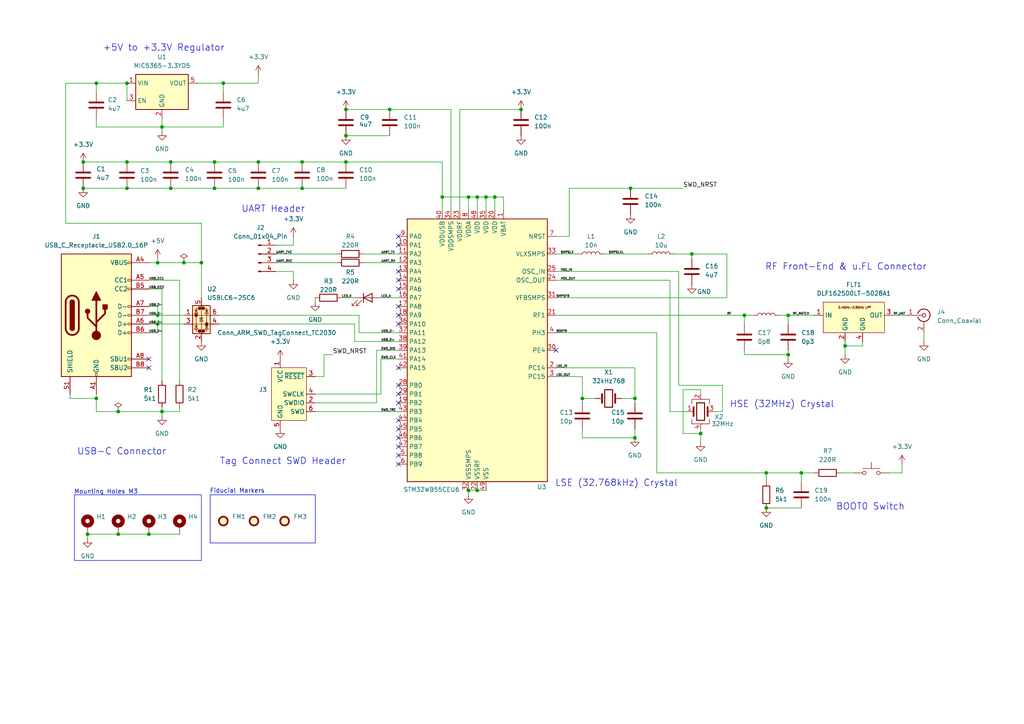
<source format=kicad_sch>
(kicad_sch (version 20250114) (generator "eeschema") (generator_version "9.0")
  (paper "A4")
  (lib_symbols
    (symbol "Connector:Conn_01x04_Pin" (pin_names (offset 1.016) (hide yes))
      (property "Reference" "J" (at 0 5.08 0))
      (property "Value" "Conn_01x04_Pin" (at 0 -7.62 0))
      (symbol "Conn_01x04_Pin_1_1"
        (pin passive line (at 5.08 2.54 180) (length 3.81) (name "Pin_1") (number "1"))
        (pin passive line (at 5.08 0 180) (length 3.81) (name "Pin_2") (number "2"))
        (pin passive line (at 5.08 -2.54 180) (length 3.81) (name "Pin_3") (number "3"))
        (pin passive line (at 5.08 -5.08 180) (length 3.81) (name "Pin_4") (number "4"))
      )
    )
    (symbol "Connector:Conn_ARM_SWD_TagConnect_TC2030" (in_bom no)
      (property "Reference" "J" (at 2.54 11.43 0))
      (property "Value" "Conn_ARM_SWD_TagConnect_TC2030" (at 5.08 8.89 0))
      (symbol "Conn_ARM_SWD_TagConnect_TC2030_0_0"
        (pin power_in line (at -2.54 10.16 270) (length 2.54) (name "VCC") (number "1"))
        (pin power_in line (at -2.54 -10.16 90) (length 2.54) (name "GND") (number "5"))
        (pin open_collector line (at 7.62 5.08 180) (length 2.54) (name "~{RESET}") (number "3"))
        (pin output line (at 7.62 0 180) (length 2.54) (name "SWCLK") (number "4"))
        (pin bidirectional line (at 7.62 -2.54 180) (length 2.54) (name "SWDIO") (number "2"))
        (pin input line (at 7.62 -5.08 180) (length 2.54) (name "SWO") (number "6"))
      )
    )
    (symbol "Connector:Conn_Coaxial" (pin_names (offset 1.016) (hide yes))
      (property "Reference" "J" (at 0.254 3.048 0))
      (property "Value" "Conn_Coaxial" (at 2.921 0 90))
      (symbol "Conn_Coaxial_1_1"
        (pin passive line (at -5.08 0 0) (length 2.54) (name "In") (number "1"))
        (pin passive line (at 0 -5.08 90) (length 2.54) (name "Ext") (number "2"))
      )
    )
    (symbol "Connector:USB_C_Receptacle_USB2.0_16P" (pin_names (offset 1.016))
      (property "Reference" "J" (at 0 22.225 0))
      (property "Value" "USB_C_Receptacle_USB2.0_16P" (at 0 19.685 0))
      (symbol "USB_C_Receptacle_USB2.0_16P_1_1"
        (pin passive line (at -7.62 -22.86 90) (length 5.08) (name "SHIELD") (number "S1"))
        (pin passive line (at 0 -22.86 90) (length 5.08) (name "GND") (number "A1"))
        (pin passive line (at 0 -22.86 90) (length 5.08) (hide yes) (name "GND") (number "A12"))
        (pin passive line (at 0 -22.86 90) (length 5.08) (hide yes) (name "GND") (number "B1"))
        (pin passive line (at 0 -22.86 90) (length 5.08) (hide yes) (name "GND") (number "B12"))
        (pin passive line (at 15.24 15.24 180) (length 5.08) (name "VBUS") (number "A4"))
        (pin passive line (at 15.24 15.24 180) (length 5.08) (hide yes) (name "VBUS") (number "A9"))
        (pin passive line (at 15.24 15.24 180) (length 5.08) (hide yes) (name "VBUS") (number "B4"))
        (pin passive line (at 15.24 15.24 180) (length 5.08) (hide yes) (name "VBUS") (number "B9"))
        (pin bidirectional line (at 15.24 10.16 180) (length 5.08) (name "CC1") (number "A5"))
        (pin bidirectional line (at 15.24 7.62 180) (length 5.08) (name "CC2") (number "B5"))
        (pin bidirectional line (at 15.24 2.54 180) (length 5.08) (name "D-") (number "A7"))
        (pin bidirectional line (at 15.24 0 180) (length 5.08) (name "D-") (number "B7"))
        (pin bidirectional line (at 15.24 -2.54 180) (length 5.08) (name "D+") (number "A6"))
        (pin bidirectional line (at 15.24 -5.08 180) (length 5.08) (name "D+") (number "B6"))
        (pin bidirectional line (at 15.24 -12.7 180) (length 5.08) (name "SBU1") (number "A8"))
        (pin bidirectional line (at 15.24 -15.24 180) (length 5.08) (name "SBU2") (number "B8"))
      )
    )
    (symbol "Device:C" (pin_numbers (hide yes)) (pin_names (offset 0.254))
      (property "Reference" "C" (at 0.635 2.54 0))
      (property "Value" "C" (at 0.635 -2.54 0))
      (symbol "C_1_1"
        (pin passive line (at 0 3.81 270) (length 2.794) (name "~") (number "1"))
        (pin passive line (at 0 -3.81 90) (length 2.794) (name "~") (number "2"))
      )
    )
    (symbol "Device:Crystal" (pin_numbers (hide yes)) (pin_names (offset 1.016) (hide yes))
      (property "Reference" "Y" (at 0 3.81 0))
      (property "Value" "Crystal" (at 0 -3.81 0))
      (symbol "Crystal_1_1"
        (pin passive line (at -3.81 0 0) (length 1.27) (name "1") (number "1"))
        (pin passive line (at 3.81 0 180) (length 1.27) (name "2") (number "2"))
      )
    )
    (symbol "Device:Crystal_GND24" (pin_names (offset 1.016) (hide yes))
      (property "Reference" "Y" (at 3.175 5.08 0))
      (property "Value" "Crystal_GND24" (at 3.175 3.175 0))
      (symbol "Crystal_GND24_1_1"
        (pin passive line (at -3.81 0 0) (length 1.27) (name "1") (number "1"))
        (pin passive line (at 0 5.08 270) (length 1.27) (name "2") (number "2"))
        (pin passive line (at 0 -5.08 90) (length 1.27) (name "4") (number "4"))
        (pin passive line (at 3.81 0 180) (length 1.27) (name "3") (number "3"))
      )
    )
    (symbol "Device:L" (pin_numbers (hide yes)) (pin_names (offset 1.016) (hide yes))
      (property "Reference" "L" (at -1.27 0 90))
      (property "Value" "L" (at 1.905 0 90))
      (symbol "L_1_1"
        (pin passive line (at 0 3.81 270) (length 1.27) (name "1") (number "1"))
        (pin passive line (at 0 -3.81 90) (length 1.27) (name "2") (number "2"))
      )
    )
    (symbol "Device:LED" (pin_numbers (hide yes)) (pin_names (offset 1.016) (hide yes))
      (property "Reference" "D" (at 0 2.54 0))
      (property "Value" "LED" (at 0 -2.54 0))
      (symbol "LED_1_1"
        (pin passive line (at -3.81 0 0) (length 2.54) (name "K") (number "1"))
        (pin passive line (at 3.81 0 180) (length 2.54) (name "A") (number "2"))
      )
    )
    (symbol "Device:R" (pin_numbers (hide yes)) (pin_names (offset 0))
      (property "Reference" "R" (at 2.032 0 90))
      (property "Value" "R" (at 0 0 90))
      (symbol "R_1_1"
        (pin passive line (at 0 3.81 270) (length 1.27) (name "~") (number "1"))
        (pin passive line (at 0 -3.81 90) (length 1.27) (name "~") (number "2"))
      )
    )
    (symbol "MCU_ST_STM32WB:STM32WB55CEUx"
      (property "Reference" "U" (at -20.32 39.37 0))
      (property "Value" "STM32WB55CEUx" (at 12.7 39.37 0))
      (symbol "STM32WB55CEUx_1_1"
        (pin input line (at -22.86 33.02 0) (length 2.54) (name "NRST") (number "7"))
        (pin power_in line (at -22.86 27.94 0) (length 2.54) (name "VLXSMPS") (number "33"))
        (pin input line (at -22.86 22.86 0) (length 2.54) (name "OSC_IN") (number "25"))
        (pin input line (at -22.86 20.32 0) (length 2.54) (name "OSC_OUT") (number "24"))
        (pin input line (at -22.86 15.24 0) (length 2.54) (name "VFBSMPS") (number "31"))
        (pin bidirectional line (at -22.86 10.16 0) (length 2.54) (name "RF1") (number "21"))
        (pin bidirectional line (at -22.86 5.08 0) (length 2.54) (name "PH3") (number "4"))
        (pin bidirectional line (at -22.86 0 0) (length 2.54) (name "PE4") (number "30"))
        (pin bidirectional line (at -22.86 -5.08 0) (length 2.54) (name "PC14") (number "2"))
        (pin bidirectional line (at -22.86 -7.62 0) (length 2.54) (name "PC15") (number "3"))
        (pin no_connect line (at -20.32 -35.56 0) (length 2.54) (hide yes) (name "AT1") (number "27"))
        (pin no_connect line (at -20.32 -38.1 0) (length 2.54) (hide yes) (name "AT0") (number "26"))
        (pin power_in line (at -7.62 40.64 270) (length 2.54) (name "VBAT") (number "1"))
        (pin power_in line (at -5.08 40.64 270) (length 2.54) (name "VDD") (number "20"))
        (pin power_in line (at -2.54 40.64 270) (length 2.54) (name "VDD") (number "35"))
        (pin power_in line (at -2.54 -40.64 90) (length 2.54) (name "VSS") (number "49"))
        (pin power_in line (at 0 40.64 270) (length 2.54) (name "VDD") (number "48"))
        (pin power_in line (at 0 -40.64 90) (length 2.54) (name "VSSRF") (number "22"))
        (pin power_in line (at 2.54 40.64 270) (length 2.54) (name "VDDA") (number "8"))
        (pin power_in line (at 2.54 -40.64 90) (length 2.54) (name "VSSSMPS") (number "32"))
        (pin power_in line (at 5.08 40.64 270) (length 2.54) (name "VDDRF") (number "23"))
        (pin power_in line (at 7.62 40.64 270) (length 2.54) (name "VDDSMPS") (number "34"))
        (pin power_in line (at 10.16 40.64 270) (length 2.54) (name "VDDUSB") (number "40"))
        (pin bidirectional line (at 22.86 33.02 180) (length 2.54) (name "PA0") (number "9"))
        (pin bidirectional line (at 22.86 30.48 180) (length 2.54) (name "PA1") (number "10"))
        (pin bidirectional line (at 22.86 27.94 180) (length 2.54) (name "PA2") (number "11"))
        (pin bidirectional line (at 22.86 25.4 180) (length 2.54) (name "PA3") (number "12"))
        (pin bidirectional line (at 22.86 22.86 180) (length 2.54) (name "PA4") (number "13"))
        (pin bidirectional line (at 22.86 20.32 180) (length 2.54) (name "PA5") (number "14"))
        (pin bidirectional line (at 22.86 17.78 180) (length 2.54) (name "PA6") (number "15"))
        (pin bidirectional line (at 22.86 15.24 180) (length 2.54) (name "PA7") (number "16"))
        (pin bidirectional line (at 22.86 12.7 180) (length 2.54) (name "PA8") (number "17"))
        (pin bidirectional line (at 22.86 10.16 180) (length 2.54) (name "PA9") (number "18"))
        (pin bidirectional line (at 22.86 7.62 180) (length 2.54) (name "PA10") (number "36"))
        (pin bidirectional line (at 22.86 5.08 180) (length 2.54) (name "PA11") (number "37"))
        (pin bidirectional line (at 22.86 2.54 180) (length 2.54) (name "PA12") (number "38"))
        (pin bidirectional line (at 22.86 0 180) (length 2.54) (name "PA13") (number "39"))
        (pin bidirectional line (at 22.86 -2.54 180) (length 2.54) (name "PA14") (number "41"))
        (pin bidirectional line (at 22.86 -5.08 180) (length 2.54) (name "PA15") (number "42"))
        (pin bidirectional line (at 22.86 -10.16 180) (length 2.54) (name "PB0") (number "28"))
        (pin bidirectional line (at 22.86 -12.7 180) (length 2.54) (name "PB1") (number "29"))
        (pin bidirectional line (at 22.86 -15.24 180) (length 2.54) (name "PB2") (number "19"))
        (pin bidirectional line (at 22.86 -17.78 180) (length 2.54) (name "PB3") (number "43"))
        (pin bidirectional line (at 22.86 -20.32 180) (length 2.54) (name "PB4") (number "44"))
        (pin bidirectional line (at 22.86 -22.86 180) (length 2.54) (name "PB5") (number "45"))
        (pin bidirectional line (at 22.86 -25.4 180) (length 2.54) (name "PB6") (number "46"))
        (pin bidirectional line (at 22.86 -27.94 180) (length 2.54) (name "PB7") (number "47"))
        (pin bidirectional line (at 22.86 -30.48 180) (length 2.54) (name "PB8") (number "5"))
        (pin bidirectional line (at 22.86 -33.02 180) (length 2.54) (name "PB9") (number "6"))
      )
    )
    (symbol "Mechanical:Fiducial" (exclude_from_sim yes) (in_bom no)
      (property "Reference" "FID" (at 0 5.08 0))
      (property "Value" "Fiducial" (at 0 3.175 0))
    )
    (symbol "Mechanical:MountingHole_Pad" (pin_numbers (hide yes)) (pin_names (offset 1.016) (hide yes)) (exclude_from_sim yes) (in_bom no)
      (property "Reference" "H" (at 0 6.35 0))
      (property "Value" "MountingHole_Pad" (at 0 4.445 0))
      (symbol "MountingHole_Pad_1_1"
        (pin input line (at 0 -2.54 90) (length 2.54) (name "1") (number "1"))
      )
    )
    (symbol "Power_Protection:USBLC6-2SC6" (pin_names (hide yes))
      (property "Reference" "U" (at 0.635 5.715 0))
      (property "Value" "USBLC6-2SC6" (at 0.635 3.81 0))
      (symbol "USBLC6-2SC6_1_1"
        (pin passive line (at -5.08 0 0) (length 2.54) (name "I/O1") (number "1"))
        (pin passive line (at -5.08 -2.54 0) (length 2.54) (name "I/O2") (number "3"))
        (pin passive line (at 0 5.08 270) (length 2.54) (name "VBUS") (number "5"))
        (pin passive line (at 0 -7.62 90) (length 2.54) (name "GND") (number "2"))
        (pin passive line (at 5.08 0 180) (length 2.54) (name "I/O1") (number "6"))
        (pin passive line (at 5.08 -2.54 180) (length 2.54) (name "I/O2") (number "4"))
      )
    )
    (symbol "Regulator_Linear:MIC5365-3.3YD5"
      (property "Reference" "U" (at -7.62 6.35 0))
      (property "Value" "MIC5365-3.3YD5" (at 0 6.35 0))
      (symbol "MIC5365-3.3YD5_1_1"
        (pin power_in line (at -10.16 2.54 0) (length 2.54) (name "VIN") (number "1"))
        (pin input line (at -10.16 -2.54 0) (length 2.54) (name "EN") (number "3"))
        (pin power_in line (at 0 -7.62 90) (length 2.54) (name "GND") (number "2"))
        (pin no_connect line (at 7.62 -2.54 180) (length 2.54) (hide yes) (name "NC") (number "4"))
        (pin power_out line (at 10.16 2.54 180) (length 2.54) (name "VOUT") (number "5"))
      )
    )
    (symbol "STM32_BH_SchematicSymbols:DLF162500LT-5028A1"
      (property "Reference" "FLT" (at 0 5.08 0))
      (property "Value" "DLF162500LT-5028A1" (at 0 0 0))
      (symbol "DLF162500LT-5028A1_1_0"
        (pin passive line (at -11.43 0 0) (length 2.54) (name "IN") (number "1"))
        (pin passive line (at -2.54 -7.62 90) (length 2.54) (name "GND") (number "2"))
        (pin passive line (at 2.54 -7.62 90) (length 2.54) (name "GND") (number "4"))
        (pin passive line (at 11.43 0 180) (length 2.54) (name "OUT") (number "3"))
      )
      (symbol "DLF162500LT-5028A1_1_1"
        (text "2.4GHz-2.5GHz LPF" (at 0.254 2.286 0) (effects (font (size 0.635 0.635))))
      )
    )
    (symbol "Switch:SW_Push" (pin_numbers (hide yes)) (pin_names (offset 1.016) (hide yes))
      (property "Reference" "SW" (at 1.27 2.54 0))
      (property "Value" "SW_Push" (at 0 -1.524 0))
      (symbol "SW_Push_0_1"
        (pin passive line (at -5.08 0 0) (length 2.54) (name "1") (number "1"))
        (pin passive line (at 5.08 0 180) (length 2.54) (name "2") (number "2"))
      )
    )
    (symbol "power:+3.3V" (power) (pin_numbers (hide yes)) (pin_names (offset 0) (hide yes))
      (property "Value" "+3.3V" (at 0 3.556 0))
      (symbol "+3.3V_1_1"
        (pin power_in line (at 0 0 90) (length 0) (name "~") (number "1"))
      )
    )
    (symbol "power:+5V" (power) (pin_numbers (hide yes)) (pin_names (offset 0) (hide yes))
      (property "Value" "+5V" (at 0 3.556 0))
      (symbol "+5V_1_1"
        (pin power_in line (at 0 0 90) (length 0) (name "~") (number "1"))
      )
    )
    (symbol "power:GND" (power) (pin_numbers (hide yes)) (pin_names (offset 0) (hide yes))
      (property "Value" "GND" (at 0 -3.81 0))
      (symbol "GND_1_1"
        (pin power_in line (at 0 0 270) (length 0) (name "~") (number "1"))
      )
    )
    (symbol "power:PWR_FLAG" (power) (pin_numbers (hide yes)) (pin_names (offset 0) (hide yes))
      (property "Value" "PWR_FLAG" (at 0 3.81 0))
      (symbol "PWR_FLAG_0_0"
        (pin power_out line (at 0 0 90) (length 0) (name "~") (number "1"))
      )
    )
  )
  (rectangle (start 21.59 143.51) (end 58.42 162.56))
  (rectangle (start 60.96 143.51) (end 91.44 157.48))
  (text "UART Header" (at 79.248 60.706 0) (effects (font (size 1.905 1.905))))
  (text "LSE (32.768kHz) Crystal" (at 178.816 140.208 0) (effects (font (size 1.905 1.905))))
  (text "HSE (32MHz) Crystal" (at 226.822 117.348 0) (effects (font (size 1.905 1.905))))
  (text "Tag Connect SWD Header" (at 82.042 133.858 0) (effects (font (size 1.905 1.905))))
  (text "Fiducial Markers" (at 68.834 142.494 0) (effects (font (size 1.27 1.27))))
  (text "Mounting Holes M3" (at 30.734 142.748 0) (effects (font (size 1.27 1.27))))
  (text "BOOT0 Switch" (at 252.476 147.066 0) (effects (font (size 1.905 1.905))))
  (text "USB-C Connector" (at 35.306 131.064 0) (effects (font (size 1.905 1.905))))
  (text "+5V to +3.3V Regulator" (at 47.498 13.97 0) (effects (font (size 1.905 1.905))))
  (text "RF Front-End & u.FL Connector" (at 245.364 77.47 0) (effects (font (size 1.905 1.905))))
  (junction (at 45.72 76.2))
  (junction (at 27.94 115.57))
  (junction (at 36.83 54.61))
  (junction (at 49.53 46.99))
  (junction (at 62.23 54.61))
  (junction (at 49.53 54.61))
  (junction (at 34.29 154.94))
  (junction (at 62.23 46.99))
  (junction (at 228.6 91.44))
  (junction (at 138.43 142.24))
  (junction (at 168.91 115.57))
  (junction (at 100.33 46.99))
  (junction (at 113.03 31.75))
  (junction (at 46.99 36.83))
  (junction (at 24.13 54.61))
  (junction (at 46.99 119.38))
  (junction (at 58.42 76.2))
  (junction (at 74.93 54.61))
  (junction (at 151.13 31.75))
  (junction (at 222.25 137.16))
  (junction (at 45.72 93.98))
  (junction (at 138.43 57.15))
  (junction (at 34.29 119.38))
  (junction (at 143.51 57.15))
  (junction (at 184.15 115.57))
  (junction (at 36.83 24.13))
  (junction (at 87.63 46.99))
  (junction (at 228.6 102.87))
  (junction (at 182.88 54.61))
  (junction (at 24.13 46.99))
  (junction (at 232.41 137.16))
  (junction (at 87.63 54.61))
  (junction (at 135.89 57.15))
  (junction (at 215.9 91.44))
  (junction (at 45.72 91.44))
  (junction (at 64.77 24.13))
  (junction (at 36.83 46.99))
  (junction (at 43.18 154.94))
  (junction (at 53.34 76.2))
  (junction (at 25.4 154.94))
  (junction (at 140.97 57.15))
  (junction (at 100.33 31.75))
  (junction (at 100.33 39.37))
  (junction (at 184.15 127))
  (junction (at 200.66 73.66))
  (junction (at 74.93 46.99))
  (junction (at 222.25 147.32))
  (junction (at 27.94 24.13))
  (junction (at 135.89 142.24))
  (junction (at 245.11 100.33))
  (junction (at 128.27 57.15))
  (junction (at 203.2 125.73))
  (no_connect (at 115.57 91.44))
  (no_connect (at 115.57 83.82))
  (no_connect (at 161.29 101.6))
  (no_connect (at 115.57 116.84))
  (no_connect (at 115.57 134.62))
  (no_connect (at 115.57 68.58))
  (no_connect (at 43.18 106.68))
  (no_connect (at 115.57 71.12))
  (no_connect (at 115.57 78.74))
  (no_connect (at 115.57 127))
  (no_connect (at 115.57 81.28))
  (no_connect (at 115.57 111.76))
  (no_connect (at 115.57 93.98))
  (no_connect (at 43.18 104.14))
  (no_connect (at 115.57 124.46))
  (no_connect (at 115.57 114.3))
  (no_connect (at 115.57 132.08))
  (no_connect (at 115.57 106.68))
  (no_connect (at 115.57 121.92))
  (no_connect (at 115.57 88.9))
  (no_connect (at 115.57 129.54))
  (wire (pts (xy 58.42 64.77) (xy 19.05 64.77)))
  (wire (pts (xy 102.87 99.06) (xy 115.57 99.06)))
  (wire (pts (xy 190.5 96.52) (xy 190.5 137.16)))
  (wire (pts (xy 113.03 31.75) (xy 100.33 31.75)))
  (wire (pts (xy 232.41 137.16) (xy 236.22 137.16)))
  (wire (pts (xy 161.29 106.68) (xy 184.15 106.68)))
  (wire (pts (xy 99.06 86.36) (xy 102.87 86.36)))
  (wire (pts (xy 46.99 119.38) (xy 46.99 120.65)))
  (wire (pts (xy 58.42 76.2) (xy 53.34 76.2)))
  (wire (pts (xy 27.94 115.57) (xy 27.94 119.38)))
  (wire (pts (xy 196.85 78.74) (xy 196.85 111.76)))
  (wire (pts (xy 138.43 57.15) (xy 140.97 57.15)))
  (wire (pts (xy 165.1 54.61) (xy 165.1 68.58)))
  (wire (pts (xy 215.9 91.44) (xy 218.44 91.44)))
  (wire (pts (xy 20.32 114.3) (xy 20.32 115.57)))
  (wire (pts (xy 43.18 96.52) (xy 45.72 96.52)))
  (wire (pts (xy 228.6 91.44) (xy 228.6 93.98)))
  (wire (pts (xy 45.72 74.93) (xy 45.72 76.2)))
  (wire (pts (xy 46.99 118.11) (xy 46.99 119.38)))
  (wire (pts (xy 74.93 24.13) (xy 74.93 21.59)))
  (wire (pts (xy 25.4 154.94) (xy 34.29 154.94)))
  (wire (pts (xy 130.81 60.96) (xy 130.81 31.75)))
  (wire (pts (xy 46.99 34.29) (xy 46.99 36.83)))
  (wire (pts (xy 267.97 96.52) (xy 267.97 99.06)))
  (wire (pts (xy 19.05 24.13) (xy 27.94 24.13)))
  (wire (pts (xy 184.15 106.68) (xy 184.15 115.57)))
  (wire (pts (xy 36.83 46.99) (xy 49.53 46.99)))
  (wire (pts (xy 74.93 54.61) (xy 87.63 54.61)))
  (wire (pts (xy 184.15 127) (xy 168.91 127)))
  (wire (pts (xy 63.5 93.98) (xy 102.87 93.98)))
  (wire (pts (xy 87.63 46.99) (xy 100.33 46.99)))
  (wire (pts (xy 226.06 91.44) (xy 228.6 91.44)))
  (wire (pts (xy 80.01 78.74) (xy 85.09 78.74)))
  (wire (pts (xy 91.44 119.38) (xy 115.57 119.38)))
  (wire (pts (xy 91.44 114.3) (xy 110.49 114.3)))
  (wire (pts (xy 62.23 54.61) (xy 74.93 54.61)))
  (wire (pts (xy 91.44 86.36) (xy 91.44 87.63)))
  (wire (pts (xy 109.22 116.84) (xy 91.44 116.84)))
  (wire (pts (xy 64.77 36.83) (xy 64.77 34.29)))
  (wire (pts (xy 58.42 64.77) (xy 58.42 76.2)))
  (wire (pts (xy 228.6 102.87) (xy 228.6 104.14)))
  (wire (pts (xy 245.11 99.06) (xy 245.11 100.33)))
  (wire (pts (xy 63.5 91.44) (xy 104.14 91.44)))
  (wire (pts (xy 43.18 93.98) (xy 45.72 93.98)))
  (wire (pts (xy 210.82 73.66) (xy 210.82 86.36)))
  (wire (pts (xy 24.13 54.61) (xy 36.83 54.61)))
  (wire (pts (xy 161.29 78.74) (xy 196.85 78.74)))
  (wire (pts (xy 93.98 102.87) (xy 96.52 102.87)))
  (wire (pts (xy 49.53 54.61) (xy 62.23 54.61)))
  (wire (pts (xy 228.6 91.44) (xy 236.22 91.44)))
  (wire (pts (xy 203.2 124.46) (xy 203.2 125.73)))
  (wire (pts (xy 161.29 96.52) (xy 190.5 96.52)))
  (wire (pts (xy 27.94 34.29) (xy 27.94 36.83)))
  (wire (pts (xy 93.98 109.22) (xy 93.98 102.87)))
  (wire (pts (xy 133.35 31.75) (xy 133.35 60.96)))
  (wire (pts (xy 257.81 137.16) (xy 261.62 137.16)))
  (wire (pts (xy 27.94 26.67) (xy 27.94 24.13)))
  (wire (pts (xy 138.43 60.96) (xy 138.43 57.15)))
  (wire (pts (xy 135.89 142.24) (xy 138.43 142.24)))
  (wire (pts (xy 195.58 73.66) (xy 200.66 73.66)))
  (wire (pts (xy 262.89 91.44) (xy 259.08 91.44)))
  (wire (pts (xy 105.41 73.66) (xy 115.57 73.66)))
  (wire (pts (xy 34.29 119.38) (xy 46.99 119.38)))
  (wire (pts (xy 182.88 54.61) (xy 198.12 54.61)))
  (wire (pts (xy 243.84 137.16) (xy 247.65 137.16)))
  (wire (pts (xy 215.9 101.6) (xy 215.9 102.87)))
  (wire (pts (xy 146.05 57.15) (xy 143.51 57.15)))
  (wire (pts (xy 128.27 46.99) (xy 128.27 57.15)))
  (wire (pts (xy 146.05 60.96) (xy 146.05 57.15)))
  (wire (pts (xy 138.43 142.24) (xy 140.97 142.24)))
  (wire (pts (xy 135.89 57.15) (xy 138.43 57.15)))
  (wire (pts (xy 168.91 109.22) (xy 168.91 115.57)))
  (wire (pts (xy 87.63 54.61) (xy 100.33 54.61)))
  (wire (pts (xy 203.2 125.73) (xy 203.2 128.27)))
  (wire (pts (xy 43.18 81.28) (xy 52.07 81.28)))
  (wire (pts (xy 45.72 96.52) (xy 45.72 93.98)))
  (wire (pts (xy 85.09 78.74) (xy 85.09 81.28)))
  (wire (pts (xy 104.14 91.44) (xy 104.14 96.52)))
  (wire (pts (xy 203.2 113.03) (xy 198.12 113.03)))
  (wire (pts (xy 27.94 119.38) (xy 34.29 119.38)))
  (wire (pts (xy 36.83 54.61) (xy 49.53 54.61)))
  (wire (pts (xy 43.18 88.9) (xy 45.72 88.9)))
  (wire (pts (xy 184.15 115.57) (xy 184.15 116.84)))
  (wire (pts (xy 85.09 71.12) (xy 80.01 71.12)))
  (wire (pts (xy 110.49 104.14) (xy 115.57 104.14)))
  (wire (pts (xy 74.93 46.99) (xy 87.63 46.99)))
  (wire (pts (xy 168.91 115.57) (xy 172.72 115.57)))
  (wire (pts (xy 161.29 91.44) (xy 215.9 91.44)))
  (wire (pts (xy 180.34 115.57) (xy 184.15 115.57)))
  (wire (pts (xy 184.15 124.46) (xy 184.15 127)))
  (wire (pts (xy 165.1 68.58) (xy 161.29 68.58)))
  (wire (pts (xy 165.1 54.61) (xy 182.88 54.61)))
  (wire (pts (xy 196.85 111.76) (xy 209.55 111.76)))
  (wire (pts (xy 110.49 86.36) (xy 115.57 86.36)))
  (wire (pts (xy 245.11 100.33) (xy 245.11 102.87)))
  (wire (pts (xy 200.66 73.66) (xy 200.66 74.93)))
  (wire (pts (xy 232.41 139.7) (xy 232.41 137.16)))
  (wire (pts (xy 128.27 57.15) (xy 135.89 57.15)))
  (wire (pts (xy 20.32 115.57) (xy 27.94 115.57)))
  (wire (pts (xy 168.91 127) (xy 168.91 124.46)))
  (wire (pts (xy 222.25 147.32) (xy 232.41 147.32)))
  (wire (pts (xy 52.07 119.38) (xy 46.99 119.38)))
  (wire (pts (xy 57.15 24.13) (xy 64.77 24.13)))
  (wire (pts (xy 52.07 81.28) (xy 52.07 110.49)))
  (wire (pts (xy 194.31 119.38) (xy 199.39 119.38)))
  (wire (pts (xy 58.42 76.2) (xy 58.42 86.36)))
  (wire (pts (xy 133.35 31.75) (xy 151.13 31.75)))
  (wire (pts (xy 190.5 137.16) (xy 222.25 137.16)))
  (wire (pts (xy 222.25 137.16) (xy 222.25 139.7)))
  (wire (pts (xy 19.05 64.77) (xy 19.05 24.13)))
  (wire (pts (xy 143.51 57.15) (xy 140.97 57.15)))
  (wire (pts (xy 27.94 115.57) (xy 27.94 114.3)))
  (wire (pts (xy 109.22 101.6) (xy 109.22 116.84)))
  (wire (pts (xy 25.4 156.21) (xy 25.4 154.94)))
  (wire (pts (xy 45.72 91.44) (xy 53.34 91.44)))
  (wire (pts (xy 222.25 137.16) (xy 232.41 137.16)))
  (wire (pts (xy 203.2 114.3) (xy 203.2 113.03)))
  (wire (pts (xy 194.31 81.28) (xy 161.29 81.28)))
  (wire (pts (xy 250.19 99.06) (xy 250.19 100.33)))
  (wire (pts (xy 209.55 111.76) (xy 209.55 119.38)))
  (wire (pts (xy 52.07 118.11) (xy 52.07 119.38)))
  (wire (pts (xy 130.81 31.75) (xy 113.03 31.75)))
  (wire (pts (xy 27.94 24.13) (xy 36.83 24.13)))
  (wire (pts (xy 64.77 26.67) (xy 64.77 24.13)))
  (wire (pts (xy 46.99 83.82) (xy 46.99 110.49)))
  (wire (pts (xy 198.12 125.73) (xy 203.2 125.73)))
  (wire (pts (xy 100.33 39.37) (xy 113.03 39.37)))
  (wire (pts (xy 168.91 115.57) (xy 168.91 116.84)))
  (wire (pts (xy 46.99 38.1) (xy 46.99 36.83)))
  (wire (pts (xy 80.01 76.2) (xy 97.79 76.2)))
  (wire (pts (xy 198.12 113.03) (xy 198.12 125.73)))
  (wire (pts (xy 143.51 60.96) (xy 143.51 57.15)))
  (wire (pts (xy 34.29 154.94) (xy 43.18 154.94)))
  (wire (pts (xy 45.72 93.98) (xy 53.34 93.98)))
  (wire (pts (xy 110.49 114.3) (xy 110.49 104.14)))
  (wire (pts (xy 215.9 102.87) (xy 228.6 102.87)))
  (wire (pts (xy 85.09 68.58) (xy 85.09 71.12)))
  (wire (pts (xy 45.72 88.9) (xy 45.72 91.44)))
  (wire (pts (xy 140.97 57.15) (xy 140.97 60.96)))
  (wire (pts (xy 24.13 46.99) (xy 36.83 46.99)))
  (wire (pts (xy 109.22 101.6) (xy 115.57 101.6)))
  (wire (pts (xy 43.18 154.94) (xy 52.07 154.94)))
  (wire (pts (xy 27.94 36.83) (xy 46.99 36.83)))
  (wire (pts (xy 200.66 73.66) (xy 210.82 73.66)))
  (wire (pts (xy 209.55 119.38) (xy 207.01 119.38)))
  (wire (pts (xy 64.77 24.13) (xy 74.93 24.13)))
  (wire (pts (xy 46.99 36.83) (xy 64.77 36.83)))
  (wire (pts (xy 45.72 76.2) (xy 43.18 76.2)))
  (wire (pts (xy 49.53 46.99) (xy 62.23 46.99)))
  (wire (pts (xy 102.87 93.98) (xy 102.87 99.06)))
  (wire (pts (xy 105.41 76.2) (xy 115.57 76.2)))
  (wire (pts (xy 43.18 91.44) (xy 45.72 91.44)))
  (wire (pts (xy 261.62 137.16) (xy 261.62 134.62)))
  (wire (pts (xy 245.11 100.33) (xy 250.19 100.33)))
  (wire (pts (xy 135.89 142.24) (xy 135.89 143.51)))
  (wire (pts (xy 161.29 73.66) (xy 167.64 73.66)))
  (wire (pts (xy 135.89 60.96) (xy 135.89 57.15)))
  (wire (pts (xy 161.29 109.22) (xy 168.91 109.22)))
  (wire (pts (xy 36.83 24.13) (xy 36.83 29.21)))
  (wire (pts (xy 80.01 73.66) (xy 97.79 73.66)))
  (wire (pts (xy 53.34 76.2) (xy 45.72 76.2)))
  (wire (pts (xy 175.26 73.66) (xy 187.96 73.66)))
  (wire (pts (xy 100.33 46.99) (xy 128.27 46.99)))
  (wire (pts (xy 161.29 86.36) (xy 210.82 86.36)))
  (wire (pts (xy 43.18 83.82) (xy 46.99 83.82)))
  (wire (pts (xy 194.31 81.28) (xy 194.31 119.38)))
  (wire (pts (xy 104.14 96.52) (xy 115.57 96.52)))
  (wire (pts (xy 228.6 102.87) (xy 228.6 101.6)))
  (wire (pts (xy 91.44 109.22) (xy 93.98 109.22)))
  (wire (pts (xy 62.23 46.99) (xy 74.93 46.99)))
  (wire (pts (xy 128.27 57.15) (xy 128.27 60.96)))
  (wire (pts (xy 215.9 91.44) (xy 215.9 93.98)))
  (label "USB_D-" (at 43.18 88.9 0) (effects (font (size 0.635 0.635))))
  (label "USB_D+" (at 110.49 99.06 0) (effects (font (size 0.635 0.635))))
  (label "UART_RX" (at 110.49 76.2 0) (effects (font (size 0.635 0.635))))
  (label "SWD_TRC" (at 110.49 119.38 0) (effects (font (size 0.635 0.635))))
  (label "SMPSFB" (at 161.29 86.36 0) (effects (font (size 0.635 0.635))))
  (label "LED_K" (at 99.06 86.36 0) (effects (font (size 0.635 0.635))))
  (label "USB_CC2" (at 43.18 83.82 0) (effects (font (size 0.635 0.635))))
  (label "SWD_NRST" (at 198.12 54.61 0))
  (label "SMPSLXL" (at 176.53 73.66 0) (effects (font (size 0.635 0.635))))
  (label "USB_D-" (at 110.49 96.52 0) (effects (font (size 0.635 0.635))))
  (label "SMPSLX" (at 162.56 73.66 0) (effects (font (size 0.635 0.635))))
  (label "RF" (at 210.82 91.44 0) (effects (font (size 0.635 0.635))))
  (label "LSE_IN" (at 161.29 106.68 0) (effects (font (size 0.635 0.635))))
  (label "UART_TX" (at 110.49 73.66 0) (effects (font (size 0.635 0.635))))
  (label "RF_MATCH" (at 229.87 91.44 0) (effects (font (size 0.635 0.635))))
  (label "HSE_OUT" (at 162.56 81.28 0) (effects (font (size 0.635 0.635))))
  (label "SWD_CLK" (at 110.49 104.14 0) (effects (font (size 0.635 0.635))))
  (label "LED_A" (at 110.49 86.36 0) (effects (font (size 0.635 0.635))))
  (label "SWD_NRST" (at 96.52 102.87 0))
  (label "UART_RXC" (at 80.01 76.2 0) (effects (font (size 0.635 0.635))))
  (label "BOOT0" (at 161.29 96.52 0) (effects (font (size 0.635 0.635))))
  (label "USB_D-" (at 43.18 91.44 0) (effects (font (size 0.635 0.635))))
  (label "LSE_OUT" (at 161.29 109.22 0) (effects (font (size 0.635 0.635))))
  (label "UART_TXC" (at 80.01 73.66 0) (effects (font (size 0.635 0.635))))
  (label "USB_D+" (at 43.18 96.52 0) (effects (font (size 0.635 0.635))))
  (label "USB_CC1" (at 43.18 81.28 0) (effects (font (size 0.635 0.635))))
  (label "RF_ANT" (at 259.08 91.44 0) (effects (font (size 0.635 0.635))))
  (label "SWD_DIO" (at 110.49 101.6 0) (effects (font (size 0.635 0.635))))
  (label "USB_D+" (at 43.18 93.98 0) (effects (font (size 0.635 0.635))))
  (label "HSE_IN" (at 162.56 78.74 0) (effects (font (size 0.635 0.635))))
  (symbol (lib_id "power:GND") (at 200.66 82.55 0) (unit 1)
    (property "Reference" "#PWR020" (effects (hide yes)))
    (property "Value" "GND" (at 204.216 84.582 0))
    (property "Description" "Power symbol creates a global label with name \"GND\" , ground" (effects (hide yes)))
  )
  (symbol (lib_id "power:+3.3V") (at 151.13 31.75 0) (unit 1)
    (property "Reference" "#PWR016" (effects (hide yes)))
    (property "Value" "+3.3V" (at 151.13 26.67 0))
    (property "Description" "Power symbol creates a global label with name \"+3.3V\"" (effects (hide yes)))
  )
  (symbol (lib_id "power:PWR_FLAG") (at 53.34 76.2 0) (unit 1)
    (property "Reference" "#FLG02" (effects (hide yes)))
    (property "Value" "PWR_FLAG" (effects (hide yes)))
    (property "Description" "Special symbol for telling ERC where power comes from" (effects (hide yes)))
  )
  (symbol (lib_id "Device:LED") (at 106.68 86.36 0) (unit 1)
    (property "Reference" "D1" (effects (hide yes)))
    (property "Value" "LED" (effects (hide yes)))
    (property "Footprint" "LED_SMD:LED_0402_1005Metric" (effects (hide yes)))
    (property "Description" "Light emitting diode" (effects (hide yes)))
    (property "Sim.Pins" "1=K 2=A" (effects (hide yes)))
    (property "Distributor Link" "https://www.digikey.com/en/products/detail/w%C3%BCrth-elektronik/150040RS73240/8557156?s=N4IgTCBcDaIIwFYAMSAsSBKBlA7AZjHRAF0BfIA" (effects (hide yes)))
    (property "Manufacturer" "  Würth Elektronik" (effects (hide yes)))
    (property "Manufacturer Part Number" "  150040RS73240" (effects (hide yes)))
  )
  (symbol (lib_id "Device:R") (at 240.03 137.16 90) (unit 1)
    (property "Reference" "R7" (at 240.03 130.81 90))
    (property "Value" "220R" (at 240.03 133.35 90))
    (property "Footprint" "Resistor_SMD:R_0402_1005Metric" (effects (hide yes)))
    (property "Description" "Resistor" (effects (hide yes)))
    (property "Distributor Link" "https://www.digikey.com/en/products/detail/yageo/rc0402fr-07221rl/2827610" (effects (hide yes)))
    (property "Manufacturer" "  YAGEO" (effects (hide yes)))
    (property "Manufacturer Part Number" "  RC0402FR-07221RL" (effects (hide yes)))
  )
  (symbol (lib_id "Device:C") (at 27.94 30.48 0) (unit 1)
    (property "Reference" "C2" (at 31.242 28.956 0) (effects (justify left)))
    (property "Value" "4u7" (at 31.242 31.496 0) (effects (justify left)))
    (property "Footprint" "Capacitor_SMD:C_0603_1608Metric" (effects (hide yes)))
    (property "Description" "Unpolarized capacitor" (effects (hide yes)))
    (property "Distributor Link" "https://www.digikey.com/en/products/detail/kyocera-avx/0603YD475MAT2A/21729831?gclid=c8b9c0ad6f5e1b0d4311a7791dda65c8&gclsrc=3p.ds&&utm_adgroup=Ceramic%20Capacitors&utm_source=bing&utm_medium=cpc&utm_campaign=Shopping_Product_Capacitors&utm_term=&utm_content=Ceramic%20Capacitors&utm_id=bi_cmp-306009176_adg-1297423943446482_ad-81089044842044_pla-4584688617393801_dev-c_ext-_prd-21729831&msclkid=c8b9c0ad6f5e1b0d4311a7791dda65c8" (effects (hide yes)))
    (property "Manufacturer" "  KYOCERA AVX" (effects (hide yes)))
    (property "Manufacturer Part Number" "  0603YD475MAT2A" (effects (hide yes)))
  )
  (symbol (lib_id "Device:C") (at 184.15 120.65 0) (unit 1)
    (property "Reference" "C15" (at 177.292 119.634 0) (effects (justify left)))
    (property "Value" "10p" (at 177.292 122.174 0) (effects (justify left)))
    (property "Footprint" "Capacitor_SMD:C_0402_1005Metric" (effects (hide yes)))
    (property "Description" "Unpolarized capacitor" (effects (hide yes)))
    (property "Distributor Link" "https://www.digikey.com/en/products/detail/kyocera-avx/KGM05ACG1H100JN/11258418?s=N4IgTCBcDaIAwBY5gKwEECMc4Ck0BUE0QBdAXyA" (effects (hide yes)))
    (property "Manufacturer" "  KYOCERA AVX" (effects (hide yes)))
    (property "Manufacturer Part Number" "KGM05ACG1H100JN" (effects (hide yes)))
  )
  (symbol (lib_id "Device:R") (at 101.6 76.2 90) (unit 1)
    (property "Reference" "R5" (at 101.6 78.994 90))
    (property "Value" "220R" (at 101.6 81.534 90))
    (property "Footprint" "Resistor_SMD:R_0402_1005Metric" (effects (hide yes)))
    (property "Description" "Resistor" (effects (hide yes)))
    (property "Distributor Link" "https://www.digikey.com/en/products/detail/yageo/rc0402fr-07221rl/2827610" (effects (hide yes)))
    (property "Manufacturer" "  YAGEO" (effects (hide yes)))
    (property "Manufacturer Part Number" "  RC0402FR-07221RL" (effects (hide yes)))
  )
  (symbol (lib_id "power:GND") (at 182.88 62.23 0) (unit 1)
    (property "Reference" "#PWR018" (effects (hide yes)))
    (property "Value" "GND" (at 182.88 67.31 0))
    (property "Description" "Power symbol creates a global label with name \"GND\" , ground" (effects (hide yes)))
  )
  (symbol (lib_id "Device:R") (at 95.25 86.36 90) (unit 1)
    (property "Reference" "R3" (at 95.25 81.534 90))
    (property "Value" "220R" (at 95.25 84.074 90))
    (property "Footprint" "Resistor_SMD:R_0402_1005Metric" (effects (hide yes)))
    (property "Description" "Resistor" (effects (hide yes)))
    (property "Distributor Link" "https://www.digikey.com/en/products/detail/yageo/rc0402fr-07221rl/2827610" (effects (hide yes)))
    (property "Manufacturer" "  YAGEO" (effects (hide yes)))
    (property "Manufacturer Part Number" "  RC0402FR-07221RL" (effects (hide yes)))
  )
  (symbol (lib_id "Switch:SW_Push") (at 252.73 137.16 0) (unit 1)
    (property "Reference" "SW1" (effects (hide yes)))
    (property "Value" "SW_Push" (effects (hide yes)))
    (property "Footprint" "Button_Switch_SMD:SW_SPST_CK_RS282G05A3" (effects (hide yes)))
    (property "Description" "Push button switch, generic, two pins" (effects (hide yes)))
    (property "Distributor Link" "https://www.digikey.com/en/products/detail/c-k/RS-282G05A3-SM-RT/2747190" (effects (hide yes)))
    (property "Manufacturer" "  C&K" (effects (hide yes)))
    (property "Manufacturer Part Number" "  RS-282G05A3-SM RT" (effects (hide yes)))
  )
  (symbol (lib_id "power:+3.3V") (at 74.93 21.59 0) (unit 1)
    (property "Reference" "#PWR07" (effects (hide yes)))
    (property "Value" "+3.3V" (at 74.93 16.51 0))
    (property "Description" "Power symbol creates a global label with name \"+3.3V\"" (effects (hide yes)))
  )
  (symbol (lib_id "Mechanical:MountingHole_Pad") (at 43.18 152.4 0) (unit 1) (exclude_from_sim yes) (in_bom no)
    (property "Reference" "H3" (at 45.72 149.8599 0) (effects (justify left)))
    (property "Value" "MountingHole_Pad" (effects (hide yes)))
    (property "Footprint" "MountingHole:MountingHole_2.2mm_M2_Pad_Via" (effects (hide yes)))
    (property "Description" "Mounting Hole with connection" (effects (hide yes)))
  )
  (symbol (lib_id "power:GND") (at 151.13 39.37 0) (unit 1)
    (property "Reference" "#PWR017" (effects (hide yes)))
    (property "Value" "GND" (at 151.13 44.45 0))
    (property "Description" "Power symbol creates a global label with name \"GND\" , ground" (effects (hide yes)))
  )
  (symbol (lib_id "Device:R") (at 52.07 114.3 0) (unit 1)
    (property "Reference" "R2" (at 54.356 113.03 0) (effects (justify left)))
    (property "Value" "5k1" (at 54.356 115.57 0) (effects (justify left)))
    (property "Footprint" "Resistor_SMD:R_0402_1005Metric" (effects (hide yes)))
    (property "Description" "Resistor" (effects (hide yes)))
    (property "Distributor Link" "https://www.digikey.com/en/products/detail/yageo/rc0603fr-075k1l/727268" (effects (hide yes)))
    (property "Manufacturer" "  YAGEO" (effects (hide yes)))
    (property "Manufacturer Part Number" "  RC0603FR-075K1L" (effects (hide yes)))
  )
  (symbol (lib_id "Device:C") (at 36.83 50.8 0) (unit 1)
    (property "Reference" "C3" (at 40.64 49.5299 0) (effects (justify left)))
    (property "Value" "100n" (at 40.64 52.0699 0) (effects (justify left)))
    (property "Footprint" "Capacitor_SMD:C_0402_1005Metric" (effects (hide yes)))
    (property "Description" "Unpolarized capacitor" (effects (hide yes)))
    (property "Distributor Link" "https://www.digikey.com/en/products/detail/kyocera-avx/04026c104kat2a/2345263" (effects (hide yes)))
    (property "Manufacturer" "  KYOCERA AVX" (effects (hide yes)))
    (property "Manufacturer Part Number" "  04026C104KAT2A" (effects (hide yes)))
  )
  (symbol (lib_id "Connector:Conn_Coaxial") (at 267.97 91.44 0) (unit 1)
    (property "Reference" "J4" (at 271.78 90.4631 0) (effects (justify left)))
    (property "Value" "Conn_Coaxial" (at 271.78 93.0031 0) (effects (justify left)))
    (property "Footprint" "Connector_Coaxial:U.FL_Hirose_U.FL-R-SMT-1_Vertical" (effects (hide yes)))
    (property "Description" "coaxial connector (BNC, SMA, SMB, SMC, Cinch/RCA, LEMO, ...)" (effects (hide yes)))
    (property "Distributor Link" "https://www.digikey.com/en/products/detail/hirose-electric-co-ltd/u-fl-r-smt-01/513010" (effects (hide yes)))
    (property "Manufacturer" "  Hirose Electric Co Ltd" (effects (hide yes)))
    (property "Manufacturer Part Number" "  U.FL-R-SMT(01)" (effects (hide yes)))
  )
  (symbol (lib_id "Mechanical:Fiducial") (at 73.66 151.13 0) (unit 1) (exclude_from_sim yes) (in_bom no)
    (property "Reference" "FM2" (at 76.2 149.8599 0) (effects (justify left)))
    (property "Value" "Fiducial" (effects (hide yes)))
    (property "Footprint" "Fiducial:Fiducial_1mm_Mask2mm" (effects (hide yes)))
    (property "Description" "Fiducial Marker" (effects (hide yes)))
  )
  (symbol (lib_id "power:GND") (at 100.33 39.37 0) (unit 1)
    (property "Reference" "#PWR014" (effects (hide yes)))
    (property "Value" "GND" (at 100.33 44.45 0))
    (property "Description" "Power symbol creates a global label with name \"GND\" , ground" (effects (hide yes)))
  )
  (symbol (lib_id "Device:C") (at 100.33 35.56 0) (unit 1)
    (property "Reference" "C9" (at 104.394 34.036 0) (effects (justify left)))
    (property "Value" "4u7" (at 104.14 36.068 0) (effects (justify left)))
    (property "Footprint" "Capacitor_SMD:C_0603_1608Metric" (effects (hide yes)))
    (property "Description" "Unpolarized capacitor" (effects (hide yes)))
    (property "Distributor Link" "https://www.digikey.com/en/products/detail/kyocera-avx/0603YD475MAT2A/21729831?gclid=c8b9c0ad6f5e1b0d4311a7791dda65c8&gclsrc=3p.ds&&utm_adgroup=Ceramic%20Capacitors&utm_source=bing&utm_medium=cpc&utm_campaign=Shopping_Product_Capacitors&utm_term=&utm_content=Ceramic%20Capacitors&utm_id=bi_cmp-306009176_adg-1297423943446482_ad-81089044842044_pla-4584688617393801_dev-c_ext-_prd-21729831&msclkid=c8b9c0ad6f5e1b0d4311a7791dda65c8" (effects (hide yes)))
    (property "Manufacturer" "  KYOCERA AVX" (effects (hide yes)))
    (property "Manufacturer Part Number" "  0603YD475MAT2A" (effects (hide yes)))
  )
  (symbol (lib_id "Power_Protection:USBLC6-2SC6") (at 58.42 91.44 0) (unit 1)
    (property "Reference" "U2" (at 60.0711 83.82 0) (effects (justify left)))
    (property "Value" "USBLC6-2SC6" (at 60.0711 86.36 0) (effects (justify left)))
    (property "Footprint" "Package_TO_SOT_SMD:SOT-23-6" (effects (hide yes)))
    (property "Datasheet" "https://www.st.com/resource/en/datasheet/usblc6-2.pdf" (effects (hide yes)))
    (property "Description" "Very low capacitance ESD protection diode, 2 data-line, SOT-23-6" (effects (hide yes)))
    (property "Distributor Link" "2sc6/16705896" (effects (hide yes)))
    (property "Manufacturer" "  UMW" (effects (hide yes)))
    (property "Manufacturer Part Number" "  USBLC6-2SC6" (effects (hide yes)))
  )
  (symbol (lib_id "Mechanical:Fiducial") (at 64.77 151.13 0) (unit 1) (exclude_from_sim yes) (in_bom no)
    (property "Reference" "FM1" (at 67.31 149.8599 0) (effects (justify left)))
    (property "Value" "Fiducial" (effects (hide yes)))
    (property "Footprint" "Fiducial:Fiducial_1mm_Mask2mm" (effects (hide yes)))
    (property "Description" "Fiducial Marker" (effects (hide yes)))
  )
  (symbol (lib_id "Device:C") (at 182.88 58.42 0) (unit 1)
    (property "Reference" "C14" (at 186.944 56.896 0) (effects (justify left)))
    (property "Value" "100n" (at 186.944 59.436 0) (effects (justify left)))
    (property "Footprint" "Capacitor_SMD:C_0402_1005Metric" (effects (hide yes)))
    (property "Description" "Unpolarized capacitor" (effects (hide yes)))
    (property "Distributor Link" "https://www.digikey.com/en/products/detail/kyocera-avx/04026c104kat2a/2345263" (effects (hide yes)))
    (property "Manufacturer" "  KYOCERA AVX" (effects (hide yes)))
    (property "Manufacturer Part Number" "  04026C104KAT2A" (effects (hide yes)))
  )
  (symbol (lib_id "power:+3.3V") (at 24.13 46.99 0) (unit 1)
    (property "Reference" "#PWR01" (effects (hide yes)))
    (property "Value" "+3.3V" (at 24.13 41.91 0))
    (property "Description" "Power symbol creates a global label with name \"+3.3V\"" (effects (hide yes)))
  )
  (symbol (lib_id "Device:C") (at 228.6 97.79 0) (unit 1)
    (property "Reference" "C18" (at 232.41 96.5199 0) (effects (justify left)))
    (property "Value" "0p3" (at 232.41 99.0599 0) (effects (justify left)))
    (property "Footprint" "Capacitor_SMD:C_0402_1005Metric" (effects (hide yes)))
    (property "Description" "Unpolarized capacitor" (effects (hide yes)))
    (property "Distributor Link" "https://www.digikey.com/en/products/detail/murata-electronics/grm1555c1hr30wa01d/3694052" (effects (hide yes)))
    (property "Manufacturer" "  Murata Electronics" (effects (hide yes)))
    (property "Manufacturer Part Number" "  GRM1555C1HR30WA01D" (effects (hide yes)))
  )
  (symbol (lib_id "Device:R") (at 101.6 73.66 270) (unit 1)
    (property "Reference" "R4" (at 101.6 68.58 90))
    (property "Value" "220R" (at 101.6 71.12 90))
    (property "Footprint" "Resistor_SMD:R_0402_1005Metric" (effects (hide yes)))
    (property "Description" "Resistor" (effects (hide yes)))
    (property "Distributor Link" "https://www.digikey.com/en/products/detail/yageo/rc0402fr-07221rl/2827610" (effects (hide yes)))
    (property "Manufacturer" "  YAGEO" (effects (hide yes)))
    (property "Manufacturer Part Number" "  RC0402FR-07221RL" (effects (hide yes)))
  )
  (symbol (lib_id "Device:L") (at 191.77 73.66 90) (unit 1)
    (property "Reference" "L2" (at 191.77 68.58 90))
    (property "Value" "10u" (at 191.77 71.12 90))
    (property "Footprint" "Inductor_SMD:L_0805_2012Metric" (effects (hide yes)))
    (property "Description" "Inductor" (effects (hide yes)))
    (property "Distributor Link" "https://www.digikey.com/en/products/detail/murata-electronics/LQM21FN100M80L/3845879" (effects (hide yes)))
    (property "Manufacturer" "  Murata Electronics" (effects (hide yes)))
    (property "Manufacturer Part Number" "  LQM21FN100M80L" (effects (hide yes)))
  )
  (symbol (lib_id "Device:R") (at 222.25 143.51 0) (unit 1)
    (property "Reference" "R6" (at 224.79 142.2399 0) (effects (justify left)))
    (property "Value" "5k1" (at 224.79 144.7799 0) (effects (justify left)))
    (property "Footprint" "Resistor_SMD:R_0402_1005Metric" (effects (hide yes)))
    (property "Description" "Resistor" (effects (hide yes)))
    (property "Distributor Link" "https://www.digikey.com/en/products/detail/yageo/rc0603fr-075k1l/727268" (effects (hide yes)))
    (property "Manufacturer" "  YAGEO" (effects (hide yes)))
    (property "Manufacturer Part Number" "  RC0603FR-075K1L" (effects (hide yes)))
  )
  (symbol (lib_id "Device:C") (at 232.41 143.51 0) (unit 1)
    (property "Reference" "C19" (at 236.22 142.2399 0) (effects (justify left)))
    (property "Value" "100n" (at 236.22 144.7799 0) (effects (justify left)))
    (property "Footprint" "Capacitor_SMD:C_0402_1005Metric" (effects (hide yes)))
    (property "Description" "Unpolarized capacitor" (effects (hide yes)))
    (property "Distributor Link" "https://www.digikey.com/en/products/detail/kyocera-avx/04026c104kat2a/2345263" (effects (hide yes)))
    (property "Manufacturer" "  KYOCERA AVX" (effects (hide yes)))
    (property "Manufacturer Part Number" "  04026C104KAT2A" (effects (hide yes)))
  )
  (symbol (lib_id "Connector:Conn_01x04_Pin") (at 74.93 73.66 0) (unit 1)
    (property "Reference" "J2" (at 75.565 66.04 0))
    (property "Value" "Conn_01x04_Pin" (at 75.565 68.58 0))
    (property "Footprint" "Connector_Molex:Molex_PicoBlade_53048-0410_1x04_P1.25mm_Horizontal" (effects (hide yes)))
    (property "Description" "Generic connector, single row, 01x04, script generated" (effects (hide yes)))
    (property "Distributor Link" "https://www.digikey.com/en/products/detail/molex/0530480410/242866" (effects (hide yes)))
    (property "Manufacturer" "Molex" (effects (hide yes)))
    (property "Manufacturer Part Number" "0530480410" (effects (hide yes)))
  )
  (symbol (lib_id "power:GND") (at 267.97 99.06 0) (unit 1)
    (property "Reference" "#PWR026" (effects (hide yes)))
    (property "Value" "GND" (at 267.97 104.14 0))
    (property "Description" "Power symbol creates a global label with name \"GND\" , ground" (effects (hide yes)))
  )
  (symbol (lib_id "power:GND") (at 85.09 81.28 0) (unit 1)
    (property "Reference" "#PWR011" (effects (hide yes)))
    (property "Value" "GND" (at 85.09 86.36 0))
    (property "Description" "Power symbol creates a global label with name \"GND\" , ground" (effects (hide yes)))
  )
  (symbol (lib_id "Device:C") (at 215.9 97.79 0) (unit 1)
    (property "Reference" "C17" (at 219.71 96.5199 0) (effects (justify left)))
    (property "Value" "0p8" (at 219.71 99.0599 0) (effects (justify left)))
    (property "Footprint" "Capacitor_SMD:C_0402_1005Metric" (effects (hide yes)))
    (property "Description" "Unpolarized capacitor" (effects (hide yes)))
    (property "Distributor Link" "https://www.digikey.com/en/products/detail/murata-electronics/GRM1555C1HR80BA01D/3694062?s=N4IgTCBcDaIOYCcC2BGArBgxigFggHAAwBGAhoSgCYgC6AvkA" (effects (hide yes)))
    (property "Manufacturer" "  Murata Electronics" (effects (hide yes)))
    (property "Manufacturer Part Number" "GRM1555C1HR80BA01D" (effects (hide yes)))
  )
  (symbol (lib_id "Mechanical:MountingHole_Pad") (at 34.29 152.4 0) (unit 1) (exclude_from_sim yes) (in_bom no)
    (property "Reference" "H2" (at 36.83 149.8599 0) (effects (justify left)))
    (property "Value" "MountingHole_Pad" (effects (hide yes)))
    (property "Footprint" "MountingHole:MountingHole_2.2mm_M2_Pad_Via" (effects (hide yes)))
    (property "Description" "Mounting Hole with connection" (effects (hide yes)))
  )
  (symbol (lib_id "Mechanical:MountingHole_Pad") (at 25.4 152.4 0) (unit 1) (exclude_from_sim yes) (in_bom no)
    (property "Reference" "H1" (at 27.94 149.8599 0) (effects (justify left)))
    (property "Value" "MountingHole_Pad" (effects (hide yes)))
    (property "Footprint" "MountingHole:MountingHole_2.2mm_M2_Pad_Via" (effects (hide yes)))
    (property "Description" "Mounting Hole with connection" (effects (hide yes)))
  )
  (symbol (lib_id "power:GND") (at 222.25 147.32 0) (unit 1)
    (property "Reference" "#PWR022" (effects (hide yes)))
    (property "Value" "GND" (at 222.25 152.4 0))
    (property "Description" "Power symbol creates a global label with name \"GND\" , ground" (effects (hide yes)))
  )
  (symbol (lib_id "power:GND") (at 24.13 54.61 0) (unit 1)
    (property "Reference" "#PWR02" (effects (hide yes)))
    (property "Value" "GND" (at 24.13 59.69 0))
    (property "Description" "Power symbol creates a global label with name \"GND\" , ground" (effects (hide yes)))
  )
  (symbol (lib_id "Device:C") (at 24.13 50.8 0) (unit 1)
    (property "Reference" "C1" (at 27.94 49.022 0) (effects (justify left)))
    (property "Value" "4u7" (at 27.94 51.562 0) (effects (justify left)))
    (property "Footprint" "Capacitor_SMD:C_0603_1608Metric" (effects (hide yes)))
    (property "Description" "Unpolarized capacitor" (effects (hide yes)))
    (property "Distributor Link" "https://www.digikey.com/en/products/detail/kyocera-avx/0603YD475MAT2A/21729831?gclid=c8b9c0ad6f5e1b0d4311a7791dda65c8&gclsrc=3p.ds&&utm_adgroup=Ceramic%20Capacitors&utm_source=bing&utm_medium=cpc&utm_campaign=Shopping_Product_Capacitors&utm_term=&utm_content=Ceramic%20Capacitors&utm_id=bi_cmp-306009176_adg-1297423943446482_ad-81089044842044_pla-4584688617393801_dev-c_ext-_prd-21729831&msclkid=c8b9c0ad6f5e1b0d4311a7791dda65c8" (effects (hide yes)))
    (property "Manufacturer" "  KYOCERA AVX" (effects (hide yes)))
    (property "Manufacturer Part Number" "  0603YD475MAT2A" (effects (hide yes)))
  )
  (symbol (lib_id "Device:C") (at 200.66 78.74 180) (unit 1)
    (property "Reference" "C16" (at 204.47 77.216 0) (effects (justify right)))
    (property "Value" "4u7" (at 204.47 79.756 0) (effects (justify right)))
    (property "Footprint" "Capacitor_SMD:C_0603_1608Metric" (effects (hide yes)))
    (property "Description" "Unpolarized capacitor" (effects (hide yes)))
    (property "Distributor Link" "https://www.digikey.com/en/products/detail/kyocera-avx/0603YD475MAT2A/21729831?gclid=c8b9c0ad6f5e1b0d4311a7791dda65c8&gclsrc=3p.ds&&utm_adgroup=Ceramic%20Capacitors&utm_source=bing&utm_medium=cpc&utm_campaign=Shopping_Product_Capacitors&utm_term=&utm_content=Ceramic%20Capacitors&utm_id=bi_cmp-306009176_adg-1297423943446482_ad-81089044842044_pla-4584688617393801_dev-c_ext-_prd-21729831&msclkid=c8b9c0ad6f5e1b0d4311a7791dda65c8" (effects (hide yes)))
    (property "Manufacturer" "  KYOCERA AVX" (effects (hide yes)))
    (property "Manufacturer Part Number" "  0603YD475MAT2A" (effects (hide yes)))
  )
  (symbol (lib_id "Regulator_Linear:MIC5365-3.3YD5") (at 46.99 26.67 0) (unit 1)
    (property "Reference" "U1" (at 46.99 16.51 0))
    (property "Value" "MIC5365-3.3YD5" (at 46.99 19.05 0))
    (property "Footprint" "Package_TO_SOT_SMD:SOT-23-5" (effects (hide yes)))
    (property "Datasheet" "http://ww1.microchip.com/downloads/en/DeviceDoc/mic5365.pdf" (effects (hide yes)))
    (property "Description" "150mA Low-dropout Voltage Regulator, Vout 3.3V, Vin up to 5.5V, SOT-23-5" (effects (hide yes)))
    (property "Distributor Link" "https://www.digikey.com/en/products/detail/microchip-technology/mic5365-3-3yd5-tr/3671879" (effects (hide yes)))
    (property "Manufacturer" "  Microchip Technology" (effects (hide yes)))
    (property "Manufacturer Part Number" "  MIC5365-3.3YD5-TR" (effects (hide yes)))
  )
  (symbol (lib_id "Device:C") (at 100.33 50.8 0) (unit 1)
    (property "Reference" "C10" (at 104.14 49.276 0) (effects (justify left)))
    (property "Value" "100n" (at 104.14 51.816 0) (effects (justify left)))
    (property "Footprint" "Capacitor_SMD:C_0402_1005Metric" (effects (hide yes)))
    (property "Description" "Unpolarized capacitor" (effects (hide yes)))
    (property "Distributor Link" "https://www.digikey.com/en/products/detail/kyocera-avx/04026c104kat2a/2345263" (effects (hide yes)))
    (property "Manufacturer" "  KYOCERA AVX" (effects (hide yes)))
    (property "Manufacturer Part Number" "  04026C104KAT2A" (effects (hide yes)))
  )
  (symbol (lib_id "Device:C") (at 49.53 50.8 0) (unit 1)
    (property "Reference" "C4" (at 53.594 49.276 0) (effects (justify left)))
    (property "Value" "100n" (at 53.594 51.816 0) (effects (justify left)))
    (property "Footprint" "Capacitor_SMD:C_0402_1005Metric" (effects (hide yes)))
    (property "Description" "Unpolarized capacitor" (effects (hide yes)))
    (property "Distributor Link" "https://www.digikey.com/en/products/detail/kyocera-avx/04026c104kat2a/2345263" (effects (hide yes)))
    (property "Manufacturer" "  KYOCERA AVX" (effects (hide yes)))
    (property "Manufacturer Part Number" "  04026C104KAT2A" (effects (hide yes)))
  )
  (symbol (lib_id "Device:R") (at 46.99 114.3 0) (unit 1)
    (property "Reference" "R1" (at 41.656 113.03 0) (effects (justify left)))
    (property "Value" "5k1" (at 41.656 115.57 0) (effects (justify left)))
    (property "Footprint" "Resistor_SMD:R_0402_1005Metric" (effects (hide yes)))
    (property "Description" "Resistor" (effects (hide yes)))
    (property "Distributor Link" "https://www.digikey.com/en/products/detail/yageo/rc0603fr-075k1l/727268" (effects (hide yes)))
    (property "Manufacturer" "  YAGEO" (effects (hide yes)))
    (property "Manufacturer Part Number" "  RC0603FR-075K1L" (effects (hide yes)))
  )
  (symbol (lib_id "Device:C") (at 62.23 50.8 0) (unit 1)
    (property "Reference" "C5" (at 66.04 49.5299 0) (effects (justify left)))
    (property "Value" "100n" (at 66.04 52.0699 0) (effects (justify left)))
    (property "Footprint" "Capacitor_SMD:C_0402_1005Metric" (effects (hide yes)))
    (property "Description" "Unpolarized capacitor" (effects (hide yes)))
    (property "Distributor Link" "https://www.digikey.com/en/products/detail/kyocera-avx/04026c104kat2a/2345263" (effects (hide yes)))
    (property "Manufacturer" "  KYOCERA AVX" (effects (hide yes)))
    (property "Manufacturer Part Number" "  04026C104KAT2A" (effects (hide yes)))
  )
  (symbol (lib_id "power:+3.3V") (at 100.33 31.75 0) (unit 1)
    (property "Reference" "#PWR013" (effects (hide yes)))
    (property "Value" "+3.3V" (at 100.33 26.67 0))
    (property "Description" "Power symbol creates a global label with name \"+3.3V\"" (effects (hide yes)))
  )
  (symbol (lib_id "power:GND") (at 228.6 104.14 0) (unit 1)
    (property "Reference" "#PWR023" (effects (hide yes)))
    (property "Value" "GND" (at 228.6 109.22 0))
    (property "Description" "Power symbol creates a global label with name \"GND\" , ground" (effects (hide yes)))
  )
  (symbol (lib_id "Device:C") (at 168.91 120.65 0) (unit 1)
    (property "Reference" "C13" (at 162.306 119.634 0) (effects (justify left)))
    (property "Value" "10p" (at 162.306 122.174 0) (effects (justify left)))
    (property "Footprint" "Capacitor_SMD:C_0402_1005Metric" (effects (hide yes)))
    (property "Description" "Unpolarized capacitor" (effects (hide yes)))
    (property "Distributor Link" "https://www.digikey.com/en/products/detail/kyocera-avx/KGM05ACG1H100JN/11258418?s=N4IgTCBcDaIAwBY5gKwEECMc4Ck0BUE0QBdAXyA" (effects (hide yes)))
    (property "Manufacturer" "  KYOCERA AVX" (effects (hide yes)))
    (property "Manufacturer Part Number" "KGM05ACG1H100JN" (effects (hide yes)))
  )
  (symbol (lib_id "power:+3.3V") (at 81.28 104.14 0) (unit 1)
    (property "Reference" "#PWR08" (effects (hide yes)))
    (property "Value" "+3.3V" (at 81.28 99.06 0))
    (property "Description" "Power symbol creates a global label with name \"+3.3V\"" (effects (hide yes)))
  )
  (symbol (lib_id "power:GND") (at 46.99 38.1 0) (unit 1)
    (property "Reference" "#PWR04" (effects (hide yes)))
    (property "Value" "GND" (at 46.99 43.18 0))
    (property "Description" "Power symbol creates a global label with name \"GND\" , ground" (effects (hide yes)))
  )
  (symbol (lib_id "power:GND") (at 58.42 99.06 0) (unit 1)
    (property "Reference" "#PWR06" (effects (hide yes)))
    (property "Value" "GND" (at 58.42 104.14 0))
    (property "Description" "Power symbol creates a global label with name \"GND\" , ground" (effects (hide yes)))
  )
  (symbol (lib_id "power:GND") (at 245.11 102.87 0) (unit 1)
    (property "Reference" "#PWR024" (effects (hide yes)))
    (property "Value" "GND" (at 245.11 107.95 0))
    (property "Description" "Power symbol creates a global label with name \"GND\" , ground" (effects (hide yes)))
  )
  (symbol (lib_id "Device:Crystal") (at 176.53 115.57 0) (unit 1)
    (property "Reference" "X1" (at 176.53 107.95 0))
    (property "Value" "32kHz768" (at 176.53 110.49 0))
    (property "Footprint" "Crystal:Crystal_SMD_2012-2Pin_2.0x1.2mm" (effects (hide yes)))
    (property "Description" "Two pin crystal" (effects (hide yes)))
    (property "Distributor Link" "https://www.digikey.com/en/products/detail/ndk-nihon-dempa-kogyo-co-ltd/STDMUB1-32-768K/4914433?s=N4IgTCBcDaIHYA8wAYCMYDOBDAtAZjADoB2ANgA4BrHDAFwBMcBbAVwCMdUQBdAXyA" (effects (hide yes)))
    (property "Manufacturer" "  NDK (NIHON DEMPA KOGYO CO., LTD)" (effects (hide yes)))
    (property "Manufacturer Part Number" "  STDMUB1-32.768K" (effects (hide yes)))
  )
  (symbol (lib_id "power:GND") (at 91.44 87.63 0) (unit 1)
    (property "Reference" "#PWR012" (effects (hide yes)))
    (property "Value" "GND" (at 91.44 92.71 0))
    (property "Description" "Power symbol creates a global label with name \"GND\" , ground" (effects (hide yes)))
  )
  (symbol (lib_id "Device:C") (at 64.77 30.48 0) (unit 1)
    (property "Reference" "C6" (at 68.58 28.956 0) (effects (justify left)))
    (property "Value" "4u7" (at 68.58 31.496 0) (effects (justify left)))
    (property "Footprint" "Capacitor_SMD:C_0603_1608Metric" (effects (hide yes)))
    (property "Description" "Unpolarized capacitor" (effects (hide yes)))
    (property "Distributor Link" "https://www.digikey.com/en/products/detail/kyocera-avx/0603YD475MAT2A/21729831?gclid=c8b9c0ad6f5e1b0d4311a7791dda65c8&gclsrc=3p.ds&&utm_adgroup=Ceramic%20Capacitors&utm_source=bing&utm_medium=cpc&utm_campaign=Shopping_Product_Capacitors&utm_term=&utm_content=Ceramic%20Capacitors&utm_id=bi_cmp-306009176_adg-1297423943446482_ad-81089044842044_pla-4584688617393801_dev-c_ext-_prd-21729831&msclkid=c8b9c0ad6f5e1b0d4311a7791dda65c8" (effects (hide yes)))
    (property "Manufacturer" "  KYOCERA AVX" (effects (hide yes)))
    (property "Manufacturer Part Number" "  0603YD475MAT2A" (effects (hide yes)))
  )
  (symbol (lib_id "power:GND") (at 25.4 156.21 0) (unit 1)
    (property "Reference" "#PWR027" (effects (hide yes)))
    (property "Value" "GND" (at 25.4 161.29 0))
    (property "Description" "Power symbol creates a global label with name \"GND\" , ground" (effects (hide yes)))
  )
  (symbol (lib_id "power:+3.3V") (at 85.09 68.58 0) (unit 1)
    (property "Reference" "#PWR010" (effects (hide yes)))
    (property "Value" "+3.3V" (at 85.09 63.5 0))
    (property "Description" "Power symbol creates a global label with name \"+3.3V\"" (effects (hide yes)))
  )
  (symbol (lib_id "power:GND") (at 81.28 124.46 0) (unit 1)
    (property "Reference" "#PWR09" (effects (hide yes)))
    (property "Value" "GND" (at 81.28 129.54 0))
    (property "Description" "Power symbol creates a global label with name \"GND\" , ground" (effects (hide yes)))
  )
  (symbol (lib_id "Mechanical:MountingHole_Pad") (at 52.07 152.4 0) (unit 1) (exclude_from_sim yes) (in_bom no)
    (property "Reference" "H4" (at 54.61 149.8599 0) (effects (justify left)))
    (property "Value" "MountingHole_Pad" (effects (hide yes)))
    (property "Footprint" "MountingHole:MountingHole_2.2mm_M2_Pad_Via" (effects (hide yes)))
    (property "Description" "Mounting Hole with connection" (effects (hide yes)))
  )
  (symbol (lib_id "Connector:USB_C_Receptacle_USB2.0_16P") (at 27.94 91.44 0) (unit 1)
    (property "Reference" "J1" (at 27.94 68.58 0))
    (property "Value" "USB_C_Receptacle_USB2.0_16P" (at 27.94 71.12 0))
    (property "Footprint" "STM32_BH_Footprints:USB_C_Receptacle_GCT_USB4105-xx-A_16P_TopMnt_Horizontal" (effects (hide yes)))
    (property "Datasheet" "https://www.usb.org/sites/default/files/documents/usb_type-c.zip" (effects (hide yes)))
    (property "Description" "USB 2.0-only 16P Type-C Receptacle connector" (effects (hide yes)))
    (property "Distributor Link" "https://www.digikey.com/en/products/detail/gct/USB4105-GF-A/11198441" (effects (hide yes)))
    (property "Manufacturer" "GCT" (effects (hide yes)))
    (property "Manufacturer Part Number" " USB4105-GF-A" (effects (hide yes)))
  )
  (symbol (lib_id "power:+5V") (at 45.72 74.93 0) (unit 1)
    (property "Reference" "#PWR03" (effects (hide yes)))
    (property "Value" "+5V" (at 45.72 69.85 0))
    (property "Description" "Power symbol creates a global label with name \"+5V\"" (effects (hide yes)))
  )
  (symbol (lib_id "power:GND") (at 46.99 120.65 0) (unit 1)
    (property "Reference" "#PWR05" (effects (hide yes)))
    (property "Value" "GND" (at 46.99 125.73 0))
    (property "Description" "Power symbol creates a global label with name \"GND\" , ground" (effects (hide yes)))
  )
  (symbol (lib_id "Device:C") (at 87.63 50.8 0) (unit 1)
    (property "Reference" "C8" (at 91.694 49.276 0) (effects (justify left)))
    (property "Value" "100n" (at 91.694 51.816 0) (effects (justify left)))
    (property "Footprint" "Capacitor_SMD:C_0402_1005Metric" (effects (hide yes)))
    (property "Description" "Unpolarized capacitor" (effects (hide yes)))
    (property "Distributor Link" "https://www.digikey.com/en/products/detail/kyocera-avx/04026c104kat2a/2345263" (effects (hide yes)))
    (property "Manufacturer" "  KYOCERA AVX" (effects (hide yes)))
    (property "Manufacturer Part Number" "  04026C104KAT2A" (effects (hide yes)))
  )
  (symbol (lib_id "Device:L") (at 171.45 73.66 90) (unit 1)
    (property "Reference" "L1" (at 171.45 68.58 90))
    (property "Value" "10n" (at 171.45 71.12 90))
    (property "Footprint" "Inductor_SMD:L_0402_1005Metric" (effects (hide yes)))
    (property "Description" "Inductor" (effects (hide yes)))
    (property "Distributor Link" "https://www.digikey.com/en/products/detail/murata-electronics/lqg15wz10nj02d/6798669" (effects (hide yes)))
    (property "Manufacturer" "r Murata Electronics" (effects (hide yes)))
    (property "Manufacturer Part Number" "  LQG15WZ10NJ02D" (effects (hide yes)))
  )
  (symbol (lib_id "power:PWR_FLAG") (at 34.29 119.38 0) (unit 1)
    (property "Reference" "#FLG01" (effects (hide yes)))
    (property "Value" "PWR_FLAG" (effects (hide yes)))
    (property "Description" "Special symbol for telling ERC where power comes from" (effects (hide yes)))
  )
  (symbol (lib_id "power:GND") (at 203.2 128.27 0) (unit 1)
    (property "Reference" "#PWR021" (effects (hide yes)))
    (property "Value" "GND" (at 203.2 133.35 0))
    (property "Description" "Power symbol creates a global label with name \"GND\" , ground" (effects (hide yes)))
  )
  (symbol (lib_id "Device:C") (at 151.13 35.56 0) (unit 1)
    (property "Reference" "C12" (at 154.94 34.036 0) (effects (justify left)))
    (property "Value" "100n" (at 154.94 36.576 0) (effects (justify left)))
    (property "Footprint" "Capacitor_SMD:C_0402_1005Metric" (effects (hide yes)))
    (property "Description" "Unpolarized capacitor" (effects (hide yes)))
    (property "Distributor Link" "https://www.digikey.com/en/products/detail/kyocera-avx/04026c104kat2a/2345263" (effects (hide yes)))
    (property "Manufacturer" "  KYOCERA AVX" (effects (hide yes)))
    (property "Manufacturer Part Number" "  04026C104KAT2A" (effects (hide yes)))
  )
  (symbol (lib_id "Mechanical:Fiducial") (at 82.55 151.13 0) (unit 1) (exclude_from_sim yes) (in_bom no)
    (property "Reference" "FM3" (at 85.09 149.8599 0) (effects (justify left)))
    (property "Value" "Fiducial" (effects (hide yes)))
    (property "Footprint" "Fiducial:Fiducial_1mm_Mask2mm" (effects (hide yes)))
    (property "Description" "Fiducial Marker" (effects (hide yes)))
  )
  (symbol (lib_id "power:+3.3V") (at 261.62 134.62 0) (unit 1)
    (property "Reference" "#PWR025" (effects (hide yes)))
    (property "Value" "+3.3V" (at 261.62 129.54 0))
    (property "Description" "Power symbol creates a global label with name \"+3.3V\"" (effects (hide yes)))
  )
  (symbol (lib_id "MCU_ST_STM32WB:STM32WB55CEUx") (at 138.43 101.6 0) (mirror y) (unit 1)
    (property "Reference" "U3" (at 158.496 141.224 0) (effects (justify left)))
    (property "Value" "STM32WB55CEU6" (at 133.35 141.986 0) (effects (justify left)))
    (property "Footprint" "Package_DFN_QFN:QFN-48-1EP_7x7mm_P0.5mm_EP5.6x5.6mm" (effects (hide yes)))
    (property "Datasheet" "https://www.st.com/resource/en/datasheet/stm32wb55ce.pdf" (effects (hide yes)))
    (property "Description" "STMicroelectronics Arm Cortex-M4 MCU, 512KB flash, 256KB RAM, 64 MHz, 1.71-3.6V, 30 GPIO, UFQFPN48" (effects (hide yes)))
    (property "Distributor Link" "https://www.digikey.com/en/products/detail/stmicroelectronics/STM32WB55CEU6/9919555" (effects (hide yes)))
    (property "Manufacturer" "  STMicroelectronics" (effects (hide yes)))
    (property "Manufacturer Part Number" "STM32WB55CEU6" (effects (hide yes)))
  )
  (symbol (lib_id "STM32_BH_SchematicSymbols:DLF162500LT-5028A1") (at 247.65 91.44 0) (unit 1)
    (property "Reference" "FLT1" (at 247.65 82.55 0))
    (property "Value" "DLF162500LT-5028A1" (at 247.65 85.09 0))
    (property "Footprint" "STM32_BH_Footprints:DLF162500LT-5028A1" (effects (hide yes)))
    (property "Datasheet" "https://product.tdk.com/system/files/dam/doc/product/rf/rf/filter/catalog/rf_lpf_dlf162500lt-5028a1_en.pdf" (effects (hide yes)))
    (property "Distributor Link" "https://www.digikey.com/en/products/detail/tdk-corporation/DLF162500LT-5028A1/4321991?s=N4IgTCBcDaICIBkBiBGAbGArABmwgKgLQ5gAcAgiiALoC%2BQA" (effects (hide yes)))
    (property "Manufacturer" "  TDK Corporation" (effects (hide yes)))
    (property "Manufacturer Part Number" "  DLF162500LT-5028A1" (effects (hide yes)))
  )
  (symbol (lib_id "Device:Crystal_GND24") (at 203.2 119.38 0) (unit 1)
    (property "Reference" "X2" (at 208.534 120.904 0))
    (property "Value" "32MHz" (at 209.55 122.936 0))
    (property "Footprint" "Crystal:Crystal_SMD_2016-4Pin_2.0x1.6mm" (effects (hide yes)))
    (property "Description" "Four pin crystal, GND on pins 2 and 4" (effects (hide yes)))
    (property "Distributor Link" "https://www.digikey.com/en/products/detail/ndk-nihon-dempa-kogyo-co-ltd/CS06465-32M/7645290?s=N4IgTCBcDaIHYA8wAYCMA2AzgQwLQGYwBbXAUwU2WTwGNL0AWdAVhAF0BfIA" (effects (hide yes)))
    (property "Manufacturer" "  NDK (NIHON DEMPA KOGYO CO., LTD)" (effects (hide yes)))
    (property "Manufacturer Part Number" "CS06465-32M" (effects (hide yes)))
  )
  (symbol (lib_id "Connector:Conn_ARM_SWD_TagConnect_TC2030") (at 83.82 114.3 0) (unit 1) (in_bom no)
    (property "Reference" "J3" (at 77.47 113.0299 0) (effects (justify right)))
    (property "Value" "Conn_ARM_SWD_TagConnect_TC2030" (at 97.536 96.52 0) (effects (justify right)))
    (property "Footprint" "Connector:Tag-Connect_TC2030-IDC-FP_2x03_P1.27mm_Vertical" (effects (hide yes)))
    (property "Datasheet" "https://www.tag-connect.com/wp-content/uploads/bsk-pdf-manager/TC2030-CTX_1.pdf" (effects (hide yes)))
    (property "Description" "Tag-Connect ARM Cortex SWD JTAG connector, 6 pin" (effects (hide yes)))
  )
  (symbol (lib_id "Device:C") (at 74.93 50.8 0) (unit 1)
    (property "Reference" "C7" (at 78.74 49.5299 0) (effects (justify left)))
    (property "Value" "100n" (at 78.74 52.0699 0) (effects (justify left)))
    (property "Footprint" "Capacitor_SMD:C_0402_1005Metric" (effects (hide yes)))
    (property "Description" "Unpolarized capacitor" (effects (hide yes)))
    (property "Distributor Link" "https://www.digikey.com/en/products/detail/kyocera-avx/04026c104kat2a/2345263" (effects (hide yes)))
    (property "Manufacturer" "  KYOCERA AVX" (effects (hide yes)))
    (property "Manufacturer Part Number" "  04026C104KAT2A" (effects (hide yes)))
  )
  (symbol (lib_id "power:GND") (at 135.89 143.51 0) (unit 1)
    (property "Reference" "#PWR015" (effects (hide yes)))
    (property "Value" "GND" (at 135.89 148.59 0))
    (property "Description" "Power symbol creates a global label with name \"GND\" , ground" (effects (hide yes)))
  )
  (symbol (lib_id "power:GND") (at 184.15 127 0) (unit 1)
    (property "Reference" "#PWR019" (effects (hide yes)))
    (property "Value" "GND" (at 184.15 132.08 0))
    (property "Description" "Power symbol creates a global label with name \"GND\" , ground" (effects (hide yes)))
  )
  (symbol (lib_id "Device:L") (at 222.25 91.44 90) (unit 1)
    (property "Reference" "L3" (effects (hide yes)))
    (property "Value" "2n7" (effects (hide yes)))
    (property "Footprint" "Inductor_SMD:L_0402_1005Metric" (effects (hide yes)))
    (property "Description" "Inductor" (effects (hide yes)))
    (property "Distributor Link" "https://www.digikey.com/en/products/detail/murata-electronics/LQG15HS2N7S02D/662864?s=N4IgTCBcDaIDYEcDmBGArACwM5gHYHYsAGCAXQF8g" (effects (hide yes)))
    (property "Manufacturer" "  Murata Electronics" (effects (hide yes)))
    (property "Manufacturer Part Number" "  LQG15HS2N7S02D" (effects (hide yes)))
  )
  (symbol (lib_id "Device:C") (at 113.03 35.56 0) (unit 1)
    (property "Reference" "C11" (at 117.094 34.036 0) (effects (justify left)))
    (property "Value" "100n" (at 117.094 36.576 0) (effects (justify left)))
    (property "Footprint" "Capacitor_SMD:C_0402_1005Metric" (effects (hide yes)))
    (property "Description" "Unpolarized capacitor" (effects (hide yes)))
    (property "Distributor Link" "https://www.digikey.com/en/products/detail/kyocera-avx/04026c104kat2a/2345263" (effects (hide yes)))
    (property "Manufacturer" "  KYOCERA AVX" (effects (hide yes)))
    (property "Manufacturer Part Number" "  04026C104KAT2A" (effects (hide yes)))
  )
)
</source>
